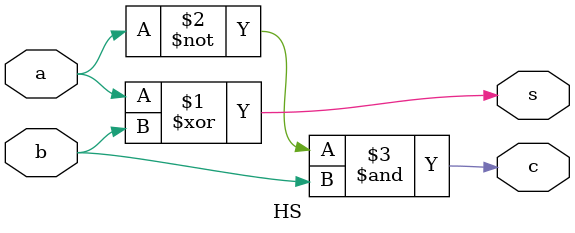
<source format=v>
module HS(input a,b,output s,c);
  assign s=a^b;
  assign c=~a&b;
endmodule

</source>
